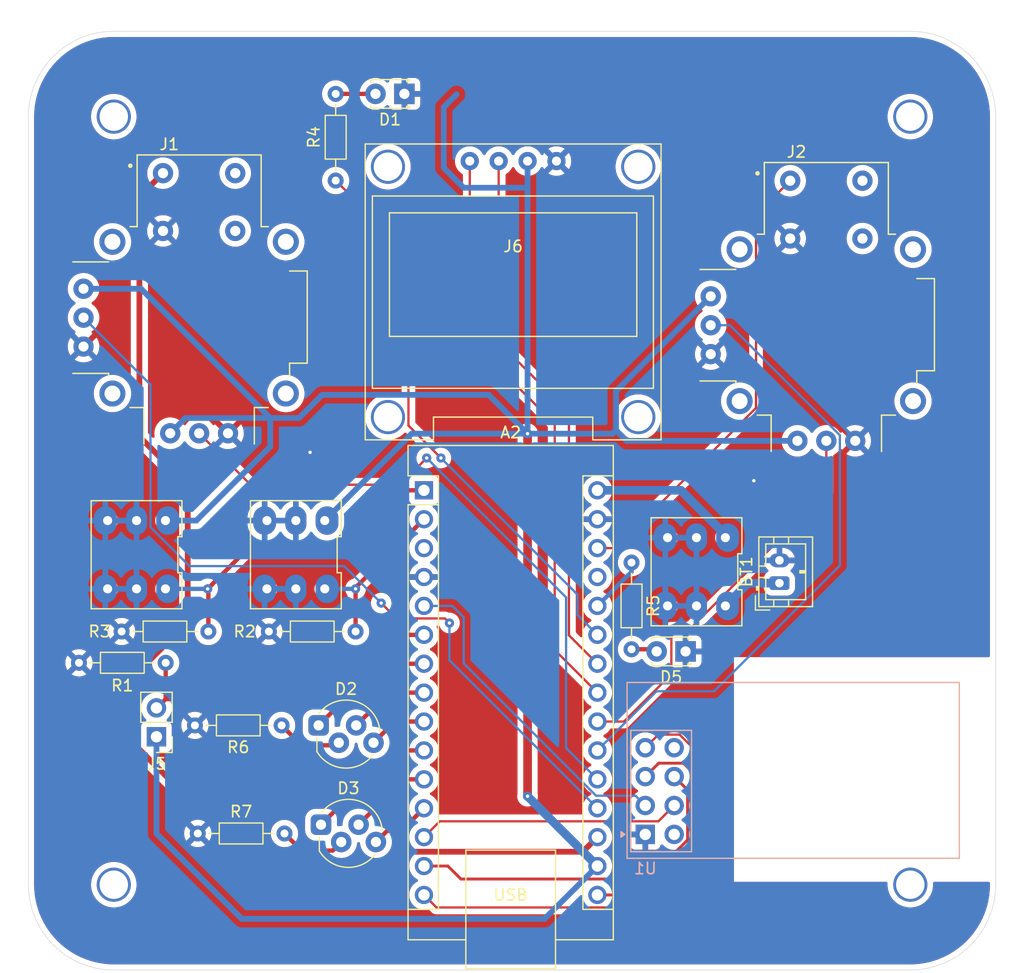
<source format=kicad_pcb>
(kicad_pcb (version 20241229) (generator "pcbnew") (generator_version "9.0")
  (layers (0 "F.Cu" signal) (2 "B.Cu" signal) (13 "F.Paste" user) (15 "B.Paste" user) (5 "F.SilkS" user "F.Silkscreen") (7 "B.SilkS" user "B.Silkscreen") (1 "F.Mask" user) (3 "B.Mask" user) (25 "Edge.Cuts" user))
  (net 0 "")
  (net 2 "/A2")
  (net 3 "/SCK")
  (net 4 "/G1")
  (net 5 "/SDA")
  (net 6 "/R1")
  (net 7 "/B1")
  (net 8 "/MISO")
  (net 9 "/B2")
  (net 10 "/A1")
  (net 11 "/R2")
  (net 12 "GND")
  (net 13 "/CS")
  (net 14 "/Gait")
  (net 15 "/A0")
  (net 17 "Net-(A2-VIN)")
  (net 18 "/D0")
  (net 19 "/SCL")
  (net 20 "+3.3V")
  (net 21 "/A3")
  (net 22 "/A7")
  (net 23 "/CE")
  (net 24 "/B0")
  (net 25 "/G2")
  (net 26 "/A6")
  (net 27 "/D1")
  (net 28 "/MOSI")
  (net 29 "Net-(BT1-+)")
  (net 38 "Net-(D1-A)")
  (net 39 "Net-(D5-A)")
  (net 41 "Net-(D2-K)")
  (net 42 "Net-(D3-K)")
  (net 43 "/B11")
  (footprint "Button:SW_DPDT_XLX" (layer "F.Cu") (at 171 73.5 180)
    (property "Reference" "J3" (hide yes))
    (property "Value" "Latch Button / Hex ON OFF")
    (pad "1" thru_hole oval (at -2.54 3 180) (size 2 2.5) (drill 0.8 (offset -0.2 0)) (layers "B.Cu" "In1.Cu" "In2.Cu" "In3.Cu" "In4.Cu" "In5.Cu" "In6.Cu" "In7.Cu" "In8.Cu" "In9.Cu" "In10.Cu" "In11.Cu" "In12.Cu" "In13.Cu" "In14.Cu" "In15.Cu" "In16.Cu" "In17.Cu" "In18.Cu" "In19.Cu" "In20.Cu" "In21.Cu" "In22.Cu" "In23.Cu" "In24.Cu" "In25.Cu" "In26.Cu" "In27.Cu" "In28.Cu" "In29.Cu" "In30.Cu") (net 20 "+3.3V"))
    (pad "2" thru_hole oval (at 0 3 180) (size 1.85 2.5) (drill 0.8) (layers "B.Cu" "In1.Cu" "In2.Cu" "In3.Cu" "In4.Cu" "In5.Cu" "In6.Cu" "In7.Cu" "In8.Cu" "In9.Cu" "In10.Cu" "In11.Cu" "In12.Cu" "In13.Cu" "In14.Cu" "In15.Cu" "In16.Cu" "In17.Cu" "In18.Cu" "In19.Cu" "In20.Cu" "In21.Cu" "In22.Cu" "In23.Cu" "In24.Cu" "In25.Cu" "In26.Cu" "In27.Cu" "In28.Cu" "In29.Cu" "In30.Cu") (net 12 "GND"))
    (pad "3" thru_hole oval (at 2.54 3 180) (size 2 2.5) (drill 0.8 (offset 0.2 0)) (layers "B.Cu" "In1.Cu" "In2.Cu" "In3.Cu" "In4.Cu" "In5.Cu" "In6.Cu" "In7.Cu" "In8.Cu" "In9.Cu" "In10.Cu" "In11.Cu" "In12.Cu" "In13.Cu" "In14.Cu" "In15.Cu" "In16.Cu" "In17.Cu" "In18.Cu" "In19.Cu" "In20.Cu" "In21.Cu" "In22.Cu" "In23.Cu" "In24.Cu" "In25.Cu" "In26.Cu" "In27.Cu" "In28.Cu" "In29.Cu" "In30.Cu") (net 12 "GND"))
    (pad "4" thru_hole oval (at 2.54 -3 180) (size 2 2.5) (drill 0.8 (offset 0.2 0)) (layers "B.Cu" "In1.Cu" "In2.Cu" "In3.Cu" "In4.Cu" "In5.Cu" "In6.Cu" "In7.Cu" "In8.Cu" "In9.Cu" "In10.Cu" "In11.Cu" "In12.Cu" "In13.Cu" "In14.Cu" "In15.Cu" "In16.Cu" "In17.Cu" "In18.Cu" "In19.Cu" "In20.Cu" "In21.Cu" "In22.Cu" "In23.Cu" "In24.Cu" "In25.Cu" "In26.Cu" "In27.Cu" "In28.Cu" "In29.Cu" "In30.Cu") (net 12 "GND"))
    (pad "5" thru_hole oval (at 0 -3 180) (size 1.85 2.5) (drill 0.8) (layers "B.Cu" "In1.Cu" "In2.Cu" "In3.Cu" "In4.Cu" "In5.Cu" "In6.Cu" "In7.Cu" "In8.Cu" "In9.Cu" "In10.Cu" "In11.Cu" "In12.Cu" "In13.Cu" "In14.Cu" "In15.Cu" "In16.Cu" "In17.Cu" "In18.Cu" "In19.Cu" "In20.Cu" "In21.Cu" "In22.Cu" "In23.Cu" "In24.Cu" "In25.Cu" "In26.Cu" "In27.Cu" "In28.Cu" "In29.Cu" "In30.Cu") (net 12 "GND"))
    (pad "6" thru_hole oval (at -2.54 -3 180) (size 2 2.5) (drill 0.8 (offset -0.2 0)) (layers "B.Cu" "In1.Cu" "In2.Cu" "In3.Cu" "In4.Cu" "In5.Cu" "In6.Cu" "In7.Cu" "In8.Cu" "In9.Cu" "In10.Cu" "In11.Cu" "In12.Cu" "In13.Cu" "In14.Cu" "In15.Cu" "In16.Cu" "In17.Cu" "In18.Cu" "In19.Cu" "In20.Cu" "In21.Cu" "In22.Cu" "In23.Cu" "In24.Cu" "In25.Cu" "In26.Cu" "In27.Cu" "In28.Cu" "In29.Cu" "In30.Cu") (net 18 "/D0"))
  )
  (footprint "Resistor_THT:R_Axial_DIN0204_L3.6mm_D1.6mm_P7.62mm_Horizontal" (layer "F.Cu") (at 168.63 80.25)
    (property "Reference" "R2" (at -2.13 0 0) (layer "F.SilkS"))
    (property "Value" "4.7k")
    (pad "1" thru_hole circle (at 0 0) (size 1.4 1.4) (drill 0.7) (layers "*.Cu" "*.Mask") (net 12 "GND"))
    (pad "2" thru_hole circle (at 7.62 0) (size 1.4 1.4) (drill 0.7) (layers "*.Cu" "*.Mask") (net 18 "/D0"))
  )
  (footprint "" (layer "F.Cu") (at 155 35)
    (property "Reference" "" (at 0 0 0) (layer "F.SilkS") (effects (font (size 1.27 1.27))))
    (property "Value" "")
    (pad "" np_thru_hole circle (at 0 0) (size 3 3) (drill 2.5) (layers "*.Cu" "*.Mask"))
  )
  (footprint "LED_THT:LED_D5.0mm-4_RGB_Staggered_Pins" (layer "F.Cu") (at 173 88.5)
    (property "Reference" "D2" (at 2.413 -3.198 0) (layer "F.SilkS"))
    (property "Value" "Status LED")
    (pad "1" thru_hole roundrect (at 0 0) (size 1.8 1.8) (drill 0.9) (layers "*.Cu" "*.Mask") (net 6 "/R1"))
    (pad "2" thru_hole circle (at 1.778 1.524) (size 1.8 1.8) (drill 0.9) (layers "*.Cu" "*.Mask") (net 41 "Net-(D2-K)"))
    (pad "3" thru_hole circle (at 3.302 0) (size 1.8 1.8) (drill 0.9) (layers "*.Cu" "*.Mask") (net 4 "/G1"))
    (pad "4" thru_hole circle (at 4.826 1.524) (size 1.8 1.8) (drill 0.9) (layers "*.Cu" "*.Mask") (net 7 "/B1"))
  )
  (footprint "" (layer "F.Cu") (at 225 102.5)
    (property "Reference" "" (at 0 0 0) (layer "F.SilkS") (effects (font (size 1.27 1.27))))
    (property "Value" "")
    (pad "" np_thru_hole circle (at 0 0) (size 3 3) (drill 2.5) (layers "*.Cu" "*.Mask"))
  )
  (footprint "Resistor_THT:R_Axial_DIN0204_L3.6mm_D1.6mm_P7.62mm_Horizontal" (layer "F.Cu") (at 169.75 88.5 180)
    (property "Reference" "R6" (at 3.81 -1.92 0) (layer "F.SilkS"))
    (property "Value" "510")
    (pad "1" thru_hole circle (at 0 0 180) (size 1.4 1.4) (drill 0.7) (layers "*.Cu" "*.Mask") (net 41 "Net-(D2-K)"))
    (pad "2" thru_hole circle (at 7.62 0 180) (size 1.4 1.4) (drill 0.7) (layers "*.Cu" "*.Mask") (net 12 "GND"))
  )
  (footprint "Connector_PinHeader_2.54mm:PinHeader_1x02_P2.54mm_Vertical" (layer "F.Cu") (at 158.75 89.5 180)
    (property "Reference" "J5" (at 0 -2.38 180) (layer "F.SilkS"))
    (property "Value" "Gait Button")
    (pad "1" thru_hole rect (at 0 0 180) (size 1.7 1.7) (drill 1) (layers "*.Cu" "*.Mask") (net 20 "+3.3V"))
    (pad "2" thru_hole circle (at 0 2.54 180) (size 1.7 1.7) (drill 1) (layers "*.Cu" "*.Mask") (net 14 "/Gait"))
  )
  (footprint "Resistor_THT:R_Axial_DIN0204_L3.6mm_D1.6mm_P7.62mm_Horizontal" (layer "F.Cu") (at 200.5 74.19 -90)
    (property "Reference" "R5" (at 3.81 -1.92 90) (layer "F.SilkS"))
    (property "Value" "510")
    (pad "1" thru_hole circle (at 0 0 270) (size 1.4 1.4) (drill 0.7) (layers "*.Cu" "*.Mask") (net 22 "/A7"))
    (pad "2" thru_hole circle (at 7.62 0 270) (size 1.4 1.4) (drill 0.7) (layers "*.Cu" "*.Mask") (net 39 "Net-(D5-A)"))
  )
  (footprint "LED_THT:LED_D1.8mm_W3.3mm_H2.4mm" (layer "F.Cu") (at 205.25 82 180)
    (property "Reference" "D5" (at 1.27 -2.26 0) (layer "F.SilkS"))
    (property "Value" "LED")
    (pad "1" thru_hole rect (at 0 0 180) (size 1.8 1.8) (drill 0.9) (layers "*.Cu" "*.Mask") (net 12 "GND"))
    (pad "2" thru_hole circle (at 2.54 0 180) (size 1.8 1.8) (drill 0.9) (layers "*.Cu" "*.Mask") (net 39 "Net-(D5-A)"))
  )
  (footprint "" (layer "F.Cu") (at 155 102.5)
    (property "Reference" "" (at 0 0 0) (layer "F.SilkS") (effects (font (size 1.27 1.27))))
    (property "Value" "")
    (pad "" np_thru_hole circle (at 0 0) (size 3 3) (drill 2.5) (layers "*.Cu" "*.Mask"))
  )
  (footprint "LED_THT:LED_D5.0mm-4_RGB_Staggered_Pins" (layer "F.Cu") (at 173.21 97.226)
    (property "Reference" "D3" (at 2.413 -3.198 0) (layer "F.SilkS"))
    (property "Value" "Gait LED")
    (pad "1" thru_hole roundrect (at 0 0) (size 1.8 1.8) (drill 0.9) (layers "*.Cu" "*.Mask") (net 11 "/R2"))
    (pad "2" thru_hole circle (at 1.778 1.524) (size 1.8 1.8) (drill 0.9) (layers "*.Cu" "*.Mask") (net 42 "Net-(D3-K)"))
    (pad "3" thru_hole circle (at 3.302 0) (size 1.8 1.8) (drill 0.9) (layers "*.Cu" "*.Mask") (net 25 "/G2"))
    (pad "4" thru_hole circle (at 4.826 1.524) (size 1.8 1.8) (drill 0.9) (layers "*.Cu" "*.Mask") (net 9 "/B2"))
  )
  (footprint "Button:SW_DPDT_XLX" (layer "F.Cu") (at 206.21 75 180)
    (property "Reference" "J7" (hide yes))
    (property "Value" "Power")
    (pad "1" thru_hole oval (at -2.54 3 180) (size 2 2.5) (drill 0.8 (offset -0.2 0)) (layers "B.Cu" "In1.Cu" "In2.Cu" "In3.Cu" "In4.Cu" "In5.Cu" "In6.Cu" "In7.Cu" "In8.Cu" "In9.Cu" "In10.Cu" "In11.Cu" "In12.Cu" "In13.Cu" "In14.Cu" "In15.Cu" "In16.Cu" "In17.Cu" "In18.Cu" "In19.Cu" "In20.Cu" "In21.Cu" "In22.Cu" "In23.Cu" "In24.Cu" "In25.Cu" "In26.Cu" "In27.Cu" "In28.Cu" "In29.Cu" "In30.Cu") (net 17 "Net-(A2-VIN)"))
    (pad "2" thru_hole oval (at 0 3 180) (size 1.85 2.5) (drill 0.8) (layers "B.Cu" "In1.Cu" "In2.Cu" "In3.Cu" "In4.Cu" "In5.Cu" "In6.Cu" "In7.Cu" "In8.Cu" "In9.Cu" "In10.Cu" "In11.Cu" "In12.Cu" "In13.Cu" "In14.Cu" "In15.Cu" "In16.Cu" "In17.Cu" "In18.Cu" "In19.Cu" "In20.Cu" "In21.Cu" "In22.Cu" "In23.Cu" "In24.Cu" "In25.Cu" "In26.Cu" "In27.Cu" "In28.Cu" "In29.Cu" "In30.Cu") (net 12 "GND"))
    (pad "3" thru_hole oval (at 2.54 3 180) (size 2 2.5) (drill 0.8 (offset 0.2 0)) (layers "B.Cu" "In1.Cu" "In2.Cu" "In3.Cu" "In4.Cu" "In5.Cu" "In6.Cu" "In7.Cu" "In8.Cu" "In9.Cu" "In10.Cu" "In11.Cu" "In12.Cu" "In13.Cu" "In14.Cu" "In15.Cu" "In16.Cu" "In17.Cu" "In18.Cu" "In19.Cu" "In20.Cu" "In21.Cu" "In22.Cu" "In23.Cu" "In24.Cu" "In25.Cu" "In26.Cu" "In27.Cu" "In28.Cu" "In29.Cu" "In30.Cu") (net 12 "GND"))
    (pad "4" thru_hole oval (at 2.54 -3 180) (size 2 2.5) (drill 0.8 (offset 0.2 0)) (layers "B.Cu" "In1.Cu" "In2.Cu" "In3.Cu" "In4.Cu" "In5.Cu" "In6.Cu" "In7.Cu" "In8.Cu" "In9.Cu" "In10.Cu" "In11.Cu" "In12.Cu" "In13.Cu" "In14.Cu" "In15.Cu" "In16.Cu" "In17.Cu" "In18.Cu" "In19.Cu" "In20.Cu" "In21.Cu" "In22.Cu" "In23.Cu" "In24.Cu" "In25.Cu" "In26.Cu" "In27.Cu" "In28.Cu" "In29.Cu" "In30.Cu") (net 12 "GND"))
    (pad "5" thru_hole oval (at 0 -3 180) (size 1.85 2.5) (drill 0.8) (layers "B.Cu" "In1.Cu" "In2.Cu" "In3.Cu" "In4.Cu" "In5.Cu" "In6.Cu" "In7.Cu" "In8.Cu" "In9.Cu" "In10.Cu" "In11.Cu" "In12.Cu" "In13.Cu" "In14.Cu" "In15.Cu" "In16.Cu" "In17.Cu" "In18.Cu" "In19.Cu" "In20.Cu" "In21.Cu" "In22.Cu" "In23.Cu" "In24.Cu" "In25.Cu" "In26.Cu" "In27.Cu" "In28.Cu" "In29.Cu" "In30.Cu") (net 12 "GND"))
    (pad "6" thru_hole oval (at -2.54 -3 180) (size 2 2.5) (drill 0.8 (offset -0.2 0)) (layers "B.Cu" "In1.Cu" "In2.Cu" "In3.Cu" "In4.Cu" "In5.Cu" "In6.Cu" "In7.Cu" "In8.Cu" "In9.Cu" "In10.Cu" "In11.Cu" "In12.Cu" "In13.Cu" "In14.Cu" "In15.Cu" "In16.Cu" "In17.Cu" "In18.Cu" "In19.Cu" "In20.Cu" "In21.Cu" "In22.Cu" "In23.Cu" "In24.Cu" "In25.Cu" "In26.Cu" "In27.Cu" "In28.Cu" "In29.Cu" "In30.Cu") (net 29 "Net-(BT1-+)"))
  )
  (footprint "Connector_JST:JST_PH_B2B-PH-K_1x02_P2.00mm_Vertical" (layer "F.Cu") (at 213.5 76 90)
    (property "Reference" "BT1" (at 1 -2.9 90) (layer "F.SilkS"))
    (property "Value" "Lipo Batt")
    (pad "1" thru_hole roundrect (at 0 0 90) (size 1.2 1.75) (drill 0.75) (layers "*.Cu" "*.Mask") (roundrect_rratio 0.208333) (net 29 "Net-(BT1-+)"))
    (pad "2" thru_hole oval (at 2 0 90) (size 1.2 1.75) (drill 0.75) (layers "*.Cu" "*.Mask") (net 12 "GND"))
  )
  (footprint "LED_THT:LED_D1.8mm_W3.3mm_H2.4mm" (layer "F.Cu") (at 180.54 33 180)
    (property "Reference" "D1" (at 1.27 -2.26 0) (layer "F.SilkS"))
    (property "Value" "Communication LED")
    (pad "1" thru_hole rect (at 0 0 180) (size 1.8 1.8) (drill 0.9) (layers "*.Cu" "*.Mask") (net 12 "GND"))
    (pad "2" thru_hole circle (at 2.54 0 180) (size 1.8 1.8) (drill 0.9) (layers "*.Cu" "*.Mask") (net 38 "Net-(D1-A)"))
  )
  (footprint "Resistor_THT:R_Axial_DIN0204_L3.6mm_D1.6mm_P7.62mm_Horizontal" (layer "F.Cu") (at 174.5 40.62 90)
    (property "Reference" "R4" (at 3.81 -1.92 90) (layer "F.SilkS"))
    (property "Value" "510")
    (pad "1" thru_hole circle (at 0 0 90) (size 1.4 1.4) (drill 0.7) (layers "*.Cu" "*.Mask") (net 26 "/A6"))
    (pad "2" thru_hole circle (at 7.62 0 90) (size 1.4 1.4) (drill 0.7) (layers "*.Cu" "*.Mask") (net 38 "Net-(D1-A)"))
  )
  (footprint "COM_09032:XDCR_COM-09032" (layer "F.Cu") (at 162.5 52.6675)
    (property "Reference" "J1" (at -2.625 -15.235 0) (layer "F.SilkS"))
    (property "Value" "Joy1")
    (pad "B1A" thru_hole circle (at -3.175 -12.7) (size 1.778 1.778) (drill 0.9) (layers "*.Cu" "*.Mask") (net 24 "/B0"))
    (pad "B1B" thru_hole circle (at 3.175 -12.7) (size 1.778 1.778) (drill 0.9) (layers "*.Cu" "*.Mask"))
    (pad "B2A" thru_hole circle (at -3.175 -7.62) (size 1.778 1.778) (drill 0.9) (layers "*.Cu" "*.Mask") (net 12 "GND"))
    (pad "B2B" thru_hole circle (at 3.175 -7.62) (size 1.778 1.778) (drill 0.9) (layers "*.Cu" "*.Mask"))
    (pad "H1" thru_hole circle (at -2.54 10.16) (size 1.778 1.778) (drill 0.889) (layers "*.Cu" "*.Mask") (net 20 "+3.3V"))
    (pad "H2" thru_hole circle (at 0 10.16) (size 1.778 1.778) (drill 0.889) (layers "*.Cu" "*.Mask") (net 10 "/A1"))
    (pad "H3" thru_hole circle (at 2.54 10.16) (size 1.778 1.778) (drill 0.889) (layers "*.Cu" "*.Mask") (net 12 "GND"))
    (pad "S1" thru_hole circle (at -7.62 -6.6675) (size 2.286 2.286) (drill 1.397) (layers "*.Cu" "*.Mask"))
    (pad "S2" thru_hole circle (at -7.62 6.6675) (size 2.286 2.286) (drill 1.397) (layers "*.Cu" "*.Mask"))
    (pad "S3" thru_hole circle (at 7.62 6.6675) (size 2.286 2.286) (drill 1.397) (layers "*.Cu" "*.Mask"))
    (pad "S4" thru_hole circle (at 7.62 -6.6675) (size 2.286 2.286) (drill 1.397) (layers "*.Cu" "*.Mask"))
    (pad "V1" thru_hole circle (at -10.16 -2.54) (size 1.778 1.778) (drill 0.889) (layers "*.Cu" "*.Mask") (net 20 "+3.3V"))
    (pad "V2" thru_hole circle (at -10.16 0) (size 1.778 1.778) (drill 0.889) (layers "*.Cu" "*.Mask") (net 15 "/A0"))
    (pad "V3" thru_hole circle (at -10.16 2.54) (size 1.778 1.778) (drill 0.889) (layers "*.Cu" "*.Mask") (net 12 "GND"))
  )
  (footprint "Module:Arduino_Nano" (layer "F.Cu") (at 182.26 67.84)
    (property "Reference" "A2" (at 7.62 -5.08 0) (layer "F.SilkS"))
    (property "Value" "Arduino_Nano_ESP32")
    (fp_text user "USB" (at 7.62 35.56 0) (layer "F.SilkS"))
    (pad "1" thru_hole rect (at 0 0) (size 1.6 1.6) (drill 1) (layers "*.Cu" "*.Mask") (net 27 "/D1"))
    (pad "2" thru_hole oval (at 0 2.54) (size 1.6 1.6) (drill 1) (layers "*.Cu" "*.Mask") (net 18 "/D0"))
    (pad "3" thru_hole oval (at 0 5.08) (size 1.6 1.6) (drill 1) (layers "*.Cu" "*.Mask"))
    (pad "4" thru_hole oval (at 0 7.62) (size 1.6 1.6) (drill 1) (layers "*.Cu" "*.Mask") (net 12 "GND"))
    (pad "5" thru_hole oval (at 0 10.16) (size 1.6 1.6) (drill 1) (layers "*.Cu" "*.Mask") (net 23 "/CE"))
    (pad "6" thru_hole oval (at 0 12.7) (size 1.6 1.6) (drill 1) (layers "*.Cu" "*.Mask") (net 14 "/Gait"))
    (pad "7" thru_hole oval (at 0 15.24) (size 1.6 1.6) (drill 1) (layers "*.Cu" "*.Mask") (net 6 "/R1"))
    (pad "8" thru_hole oval (at 0 17.78) (size 1.6 1.6) (drill 1) (layers "*.Cu" "*.Mask") (net 4 "/G1"))
    (pad "9" thru_hole oval (at 0 20.32) (size 1.6 1.6) (drill 1) (layers "*.Cu" "*.Mask") (net 7 "/B1"))
    (pad "10" thru_hole oval (at 0 22.86) (size 1.6 1.6) (drill 1) (layers "*.Cu" "*.Mask") (net 11 "/R2"))
    (pad "11" thru_hole oval (at 0 25.4) (size 1.6 1.6) (drill 1) (layers "*.Cu" "*.Mask") (net 25 "/G2"))
    (pad "12" thru_hole oval (at 0 27.94) (size 1.6 1.6) (drill 1) (layers "*.Cu" "*.Mask") (net 9 "/B2"))
    (pad "13" thru_hole oval (at 0 30.48) (size 1.6 1.6) (drill 1) (layers "*.Cu" "*.Mask") (net 13 "/CS"))
    (pad "14" thru_hole oval (at 0 33.02) (size 1.6 1.6) (drill 1) (layers "*.Cu" "*.Mask") (net 28 "/MOSI"))
    (pad "15" thru_hole oval (at 0 35.56) (size 1.6 1.6) (drill 1) (layers "*.Cu" "*.Mask") (net 8 "/MISO"))
    (pad "16" thru_hole oval (at 15.24 35.56) (size 1.6 1.6) (drill 1) (layers "*.Cu" "*.Mask") (net 3 "/SCK"))
    (pad "17" thru_hole oval (at 15.24 33.02) (size 1.6 1.6) (drill 1) (layers "*.Cu" "*.Mask") (net 20 "+3.3V"))
    (pad "18" thru_hole oval (at 15.24 30.48) (size 1.6 1.6) (drill 1) (layers "*.Cu" "*.Mask") (net 24 "/B0"))
    (pad "19" thru_hole oval (at 15.24 27.94) (size 1.6 1.6) (drill 1) (layers "*.Cu" "*.Mask") (net 15 "/A0"))
    (pad "20" thru_hole oval (at 15.24 25.4) (size 1.6 1.6) (drill 1) (layers "*.Cu" "*.Mask") (net 10 "/A1"))
    (pad "21" thru_hole oval (at 15.24 22.86) (size 1.6 1.6) (drill 1) (layers "*.Cu" "*.Mask") (net 2 "/A2"))
    (pad "22" thru_hole oval (at 15.24 20.32) (size 1.6 1.6) (drill 1) (layers "*.Cu" "*.Mask") (net 21 "/A3"))
    (pad "23" thru_hole oval (at 15.24 17.78) (size 1.6 1.6) (drill 1) (layers "*.Cu" "*.Mask") (net 5 "/SDA"))
    (pad "24" thru_hole oval (at 15.24 15.24) (size 1.6 1.6) (drill 1) (layers "*.Cu" "*.Mask") (net 19 "/SCL"))
    (pad "25" thru_hole oval (at 15.24 12.7) (size 1.6 1.6) (drill 1) (layers "*.Cu" "*.Mask") (net 26 "/A6"))
    (pad "26" thru_hole oval (at 15.24 10.16) (size 1.6 1.6) (drill 1) (layers "*.Cu" "*.Mask") (net 22 "/A7"))
    (pad "27" thru_hole oval (at 15.24 7.62) (size 1.6 1.6) (drill 1) (layers "*.Cu" "*.Mask"))
    (pad "28" thru_hole oval (at 15.24 5.08) (size 1.6 1.6) (drill 1) (layers "*.Cu" "*.Mask") (net 43 "/B11"))
    (pad "29" thru_hole oval (at 15.24 2.54) (size 1.6 1.6) (drill 1) (layers "*.Cu" "*.Mask") (net 12 "GND"))
    (pad "30" thru_hole oval (at 15.24 0) (size 1.6 1.6) (drill 1) (layers "*.Cu" "*.Mask") (net 17 "Net-(A2-VIN)"))
  )
  (footprint "" (layer "F.Cu") (at 225 35)
    (property "Reference" "" (at 0 0 0) (layer "F.SilkS") (effects (font (size 1.27 1.27))))
    (property "Value" "")
    (pad "" np_thru_hole circle (at 0 0) (size 3 3) (drill 2.5) (layers "*.Cu" "*.Mask"))
  )
  (footprint "COM_09032:XDCR_COM-09032" (layer "F.Cu") (at 217.62 53.3325)
    (property "Reference" "J2" (at -2.625 -15.235 0) (layer "F.SilkS"))
    (property "Value" "Joy2")
    (pad "B1A" thru_hole circle (at -3.175 -12.7) (size 1.778 1.778) (drill 0.9) (layers "*.Cu" "*.Mask") (net 43 "/B11"))
    (pad "B1B" thru_hole circle (at 3.175 -12.7) (size 1.778 1.778) (drill 0.9) (layers "*.Cu" "*.Mask"))
    (pad "B2A" thru_hole circle (at -3.175 -7.62) (size 1.778 1.778) (drill 0.9) (layers "*.Cu" "*.Mask") (net 12 "GND"))
    (pad "B2B" thru_hole circle (at 3.175 -7.62) (size 1.778 1.778) (drill 0.9) (layers "*.Cu" "*.Mask"))
    (pad "H1" thru_hole circle (at -2.54 10.16) (size 1.778 1.778) (drill 0.889) (layers "*.Cu" "*.Mask") (net 20 "+3.3V"))
    (pad "H2" thru_hole circle (at 0 10.16) (size 1.778 1.778) (drill 0.889) (layers "*.Cu" "*.Mask") (net 21 "/A3"))
    (pad "H3" thru_hole circle (at 2.54 10.16) (size 1.778 1.778) (drill 0.889) (layers "*.Cu" "*.Mask") (net 12 "GND"))
    (pad "S1" thru_hole circle (at -7.62 -6.6675) (size 2.286 2.286) (drill 1.397) (layers "*.Cu" "*.Mask"))
    (pad "S2" thru_hole circle (at -7.62 6.6675) (size 2.286 2.286) (drill 1.397) (layers "*.Cu" "*.Mask"))
    (pad "S3" thru_hole circle (at 7.62 6.6675) (size 2.286 2.286) (drill 1.397) (layers "*.Cu" "*.Mask"))
    (pad "S4" thru_hole circle (at 7.62 -6.6675) (size 2.286 2.286) (drill 1.397) (layers "*.Cu" "*.Mask"))
    (pad "V1" thru_hole circle (at -10.16 -2.54) (size 1.778 1.778) (drill 0.889) (layers "*.Cu" "*.Mask") (net 20 "+3.3V"))
    (pad "V2" thru_hole circle (at -10.16 0) (size 1.778 1.778) (drill 0.889) (layers "*.Cu" "*.Mask") (net 2 "/A2"))
    (pad "V3" thru_hole circle (at -10.16 2.54) (size 1.778 1.778) (drill 0.889) (layers "*.Cu" "*.Mask") (net 12 "GND"))
  )
  (footprint "Button:SW_DPDT_XLX" (layer "F.Cu") (at 157 73.5 180)
    (property "Reference" "J4" (hide yes))
    (property "Value" "Latch Button / Auto Manual")
    (pad "1" thru_hole oval (at -2.54 3 180) (size 2 2.5) (drill 0.8 (offset -0.2 0)) (layers "B.Cu" "In1.Cu" "In2.Cu" "In3.Cu" "In4.Cu" "In5.Cu" "In6.Cu" "In7.Cu" "In8.Cu" "In9.Cu" "In10.Cu" "In11.Cu" "In12.Cu" "In13.Cu" "In14.Cu" "In15.Cu" "In16.Cu" "In17.Cu" "In18.Cu" "In19.Cu" "In20.Cu" "In21.Cu" "In22.Cu" "In23.Cu" "In24.Cu" "In25.Cu" "In26.Cu" "In27.Cu" "In28.Cu" "In29.Cu" "In30.Cu") (net 20 "+3.3V"))
    (pad "2" thru_hole oval (at 0 3 180) (size 1.85 2.5) (drill 0.8) (layers "B.Cu" "In1.Cu" "In2.Cu" "In3.Cu" "In4.Cu" "In5.Cu" "In6.Cu" "In7.Cu" "In8.Cu" "In9.Cu" "In10.Cu" "In11.Cu" "In12.Cu" "In13.Cu" "In14.Cu" "In15.Cu" "In16.Cu" "In17.Cu" "In18.Cu" "In19.Cu" "In20.Cu" "In21.Cu" "In22.Cu" "In23.Cu" "In24.Cu" "In25.Cu" "In26.Cu" "In27.Cu" "In28.Cu" "In29.Cu" "In30.Cu") (net 12 "GND"))
    (pad "3" thru_hole oval (at 2.54 3 180) (size 2 2.5) (drill 0.8 (offset 0.2 0)) (layers "B.Cu" "In1.Cu" "In2.Cu" "In3.Cu" "In4.Cu" "In5.Cu" "In6.Cu" "In7.Cu" "In8.Cu" "In9.Cu" "In10.Cu" "In11.Cu" "In12.Cu" "In13.Cu" "In14.Cu" "In15.Cu" "In16.Cu" "In17.Cu" "In18.Cu" "In19.Cu" "In20.Cu" "In21.Cu" "In22.Cu" "In23.Cu" "In24.Cu" "In25.Cu" "In26.Cu" "In27.Cu" "In28.Cu" "In29.Cu" "In30.Cu") (net 12 "GND"))
    (pad "4" thru_hole oval (at 2.54 -3 180) (size 2 2.5) (drill 0.8 (offset 0.2 0)) (layers "B.Cu" "In1.Cu" "In2.Cu" "In3.Cu" "In4.Cu" "In5.Cu" "In6.Cu" "In7.Cu" "In8.Cu" "In9.Cu" "In10.Cu" "In11.Cu" "In12.Cu" "In13.Cu" "In14.Cu" "In15.Cu" "In16.Cu" "In17.Cu" "In18.Cu" "In19.Cu" "In20.Cu" "In21.Cu" "In22.Cu" "In23.Cu" "In24.Cu" "In25.Cu" "In26.Cu" "In27.Cu" "In28.Cu" "In29.Cu" "In30.Cu") (net 12 "GND"))
    (pad "5" thru_hole oval (at 0 -3 180) (size 1.85 2.5) (drill 0.8) (layers "B.Cu" "In1.Cu" "In2.Cu" "In3.Cu" "In4.Cu" "In5.Cu" "In6.Cu" "In7.Cu" "In8.Cu" "In9.Cu" "In10.Cu" "In11.Cu" "In12.Cu" "In13.Cu" "In14.Cu" "In15.Cu" "In16.Cu" "In17.Cu" "In18.Cu" "In19.Cu" "In20.Cu" "In21.Cu" "In22.Cu" "In23.Cu" "In24.Cu" "In25.Cu" "In26.Cu" "In27.Cu" "In28.Cu" "In29.Cu" "In30.Cu") (net 12 "GND"))
    (pad "6" thru_hole oval (at -2.54 -3 180) (size 2 2.5) (drill 0.8 (offset -0.2 0)) (layers "B.Cu" "In1.Cu" "In2.Cu" "In3.Cu" "In4.Cu" "In5.Cu" "In6.Cu" "In7.Cu" "In8.Cu" "In9.Cu" "In10.Cu" "In11.Cu" "In12.Cu" "In13.Cu" "In14.Cu" "In15.Cu" "In16.Cu" "In17.Cu" "In18.Cu" "In19.Cu" "In20.Cu" "In21.Cu" "In22.Cu" "In23.Cu" "In24.Cu" "In25.Cu" "In26.Cu" "In27.Cu" "In28.Cu" "In29.Cu" "In30.Cu") (net 27 "/D1"))
  )
  (footprint "untitled folder:SSD1306_0.96_Oled" (layer "F.Cu") (at 177.095 63.405)
    (property "Reference" "J6" (at 13 -17 0) (layer "F.SilkS"))
    (property "Value" "OLED screen")
    (pad "" np_thru_hole circle (at 2 -24) (size 3 3) (drill 2.5) (layers "*.Cu" "*.Mask"))
    (pad "" np_thru_hole circle (at 2 -2) (size 3 3) (drill 2.5) (layers "*.Cu" "*.Mask"))
    (pad "" np_thru_hole circle (at 24 -24) (size 3 3) (drill 2.5) (layers "*.Cu" "*.Mask"))
    (pad "" np_thru_hole circle (at 24 -2) (size 3 3) (drill 2.5) (layers "*.Cu" "*.Mask"))
    (pad "1" thru_hole circle (at 9.19 -24.5) (size 1.6 1.6) (drill 0.8) (layers "*.Cu" "*.Mask") (net 5 "/SDA"))
    (pad "2" thru_hole circle (at 11.73 -24.5) (size 1.6 1.6) (drill 0.8) (layers "*.Cu" "*.Mask") (net 19 "/SCL"))
    (pad "3" thru_hole circle (at 14.27 -24.5) (size 1.6 1.6) (drill 0.8) (layers "*.Cu" "*.Mask") (net 20 "+3.3V"))
    (pad "4" thru_hole circle (at 16.81 -24.5) (size 1.6 1.6) (drill 0.8) (layers "*.Cu" "*.Mask") (net 12 "GND"))
  )
  (footprint "Resistor_THT:R_Axial_DIN0204_L3.6mm_D1.6mm_P7.62mm_Horizontal" (layer "F.Cu") (at 162.38 98)
    (property "Reference" "R7" (at 3.81 -1.92 0) (layer "F.SilkS"))
    (property "Value" "510")
    (pad "1" thru_hole circle (at 0 0) (size 1.4 1.4) (drill 0.7) (layers "*.Cu" "*.Mask") (net 12 "GND"))
    (pad "2" thru_hole circle (at 7.62 0) (size 1.4 1.4) (drill 0.7) (layers "*.Cu" "*.Mask") (net 42 "Net-(D3-K)"))
  )
  (footprint "Resistor_THT:R_Axial_DIN0204_L3.6mm_D1.6mm_P7.62mm_Horizontal" (layer "F.Cu") (at 151.94 83)
    (property "Reference" "R1" (at 3.81 2 0) (layer "F.SilkS"))
    (property "Value" "4.7k")
    (pad "1" thru_hole circle (at 0 0) (size 1.4 1.4) (drill 0.7) (layers "*.Cu" "*.Mask") (net 12 "GND"))
    (pad "2" thru_hole circle (at 7.62 0) (size 1.4 1.4) (drill 0.7) (layers "*.Cu" "*.Mask") (net 14 "/Gait"))
  )
  (footprint "Resistor_THT:R_Axial_DIN0204_L3.6mm_D1.6mm_P7.62mm_Horizontal" (layer "F.Cu") (at 155.69 80.25)
    (property "Reference" "R3" (at -1.94 0 0) (layer "F.SilkS"))
    (property "Value" "4.7k")
    (pad "1" thru_hole circle (at 0 0) (size 1.4 1.4) (drill 0.7) (layers "*.Cu" "*.Mask") (net 12 "GND"))
    (pad "2" thru_hole circle (at 7.62 0) (size 1.4 1.4) (drill 0.7) (layers "*.Cu" "*.Mask") (net 27 "/D1"))
  )
  (footprint "RF_Module:nRF24L01_Breakout" (layer "B.Cu") (at 201.71 98.08)
    (property "Reference" "U1" (at 0 3 0) (layer "B.SilkS") (effects (justify mirror)))
    (property "Value" "NRF24L01_Breakout")
    (pad "1" thru_hole rect (at 0 0) (size 1.7 1.7) (drill 1) (layers "*.Cu" "*.Mask") (net 12 "GND"))
    (pad "2" thru_hole circle (at 2.54 0) (size 1.7 1.7) (drill 1) (layers "*.Cu" "*.Mask") (net 20 "+3.3V"))
    (pad "3" thru_hole circle (at 0 -2.54) (size 1.7 1.7) (drill 1) (layers "*.Cu" "*.Mask") (net 23 "/CE"))
    (pad "4" thru_hole circle (at 2.54 -2.54) (size 1.7 1.7) (drill 1) (layers "*.Cu" "*.Mask") (net 13 "/CS"))
    (pad "5" thru_hole circle (at 0 -5.08) (size 1.7 1.7) (drill 1) (layers "*.Cu" "*.Mask") (net 3 "/SCK"))
    (pad "6" thru_hole circle (at 2.54 -5.08) (size 1.7 1.7) (drill 1) (layers "*.Cu" "*.Mask") (net 28 "/MOSI"))
    (pad "7" thru_hole circle (at 0 -7.62) (size 1.7 1.7) (drill 1) (layers "*.Cu" "*.Mask") (net 8 "/MISO"))
    (pad "8" thru_hole circle (at 2.54 -7.62) (size 1.7 1.7) (drill 1) (layers "*.Cu" "*.Mask"))
  )
  (gr_arc (start 225 27.5) (mid 230.303301 29.696699) (end 232.5 35) (stroke (width 0.05)) (layer "Edge.Cuts"))
  (gr_line (start 155 110) (end 225 110) (stroke (width 0.05)) (layer "Edge.Cuts"))
  (gr_line (start 232.5 102.5) (end 232.5 35) (stroke (width 0.05)) (layer "Edge.Cuts"))
  (gr_arc (start 232.5 102.5) (mid 230.303301 107.803301) (end 225 110) (stroke (width 0.05)) (layer "Edge.Cuts"))
  (gr_line (start 225 27.5) (end 155 27.5) (stroke (width 0.05)) (layer "Edge.Cuts"))
  (gr_arc (start 147.5 35) (mid 149.696699 29.696699) (end 155 27.5) (stroke (width 0.05)) (layer "Edge.Cuts"))
  (gr_arc (start 155 110) (mid 149.696699 107.803301) (end 147.5 102.5) (stroke (width 0.05)) (layer "Edge.Cuts"))
  (gr_line (start 147.5 35) (end 147.5 102.5) (stroke (width 0.05)) (layer "Edge.Cuts"))
  (segment (start 207.76116 85.5) (end 202.7 85.5) (width 0.2) (layer "B.Cu") (net 2))
  (segment (start 218.81 74.45116) (end 207.76116 85.5) (width 0.2) (layer "B.Cu") (net 2))
  (segment (start 202.7 85.5) (end 197.5 90.7) (width 0.2) (layer "B.Cu") (net 2))
  (segment (start 218.81 62.999585) (end 218.81 74.45116) (width 0.2) (layer "B.Cu") (net 2))
  (segment (start 209.142915 53.3325) (end 218.81 62.999585) (width 0.2) (layer "B.Cu") (net 2))
  (segment (start 207.46 53.3325) (end 209.142915 53.3325) (width 0.2) (layer "B.Cu") (net 2))
  (segment (start 205.072 91.822) (end 202.888 91.822) (width 0.254) (layer "F.Cu") (net 3))
  (segment (start 206.25 98.389411) (end 206.25 93) (width 0.254) (layer "F.Cu") (net 3))
  (segment (start 202.888 91.822) (end 201.71 93) (width 0.254) (layer "F.Cu") (net 3))
  (segment (start 206.25 93) (end 205.072 91.822) (width 0.254) (layer "F.Cu") (net 3))
  (segment (start 201.239411 103.4) (end 206.25 98.389411) (width 0.254) (layer "F.Cu") (net 3))
  (segment (start 197.5 103.4) (end 201.239411 103.4) (width 0.254) (layer "F.Cu") (net 3))
  (segment (start 175.54 88.5) (end 175.54 88.222717) (width 0.2) (layer "F.Cu") (net 4))
  (segment (start 176.302 88.5) (end 179.182 85.62) (width 0.381) (layer "F.Cu") (net 4))
  (segment (start 179.182 85.62) (end 182.26 85.62) (width 0.381) (layer "F.Cu") (net 4))
  (segment (start 186.285 38.905) (end 186.285 54.535) (width 0.2) (layer "F.Cu") (net 5))
  (segment (start 186.285 54.535) (end 193.75 62) (width 0.2) (layer "F.Cu") (net 5))
  (segment (start 193.75 62) (end 193.75 81.87) (width 0.2) (layer "F.Cu") (net 5))
  (segment (start 193.75 81.87) (end 197.5 85.62) (width 0.2) (layer "F.Cu") (net 5))
  (segment (start 173 88.5) (end 178.42 83.08) (width 0.381) (layer "F.Cu") (net 6))
  (segment (start 178.42 83.08) (end 182.26 83.08) (width 0.381) (layer "F.Cu") (net 6))
  (segment (start 173 88.5) (end 173 88.135) (width 0.2) (layer "F.Cu") (net 6))
  (segment (start 179.69 88.16) (end 182.26 88.16) (width 0.381) (layer "F.Cu") (net 7))
  (segment (start 177.826 90.024) (end 179.69 88.16) (width 0.381) (layer "F.Cu") (net 7))
  (segment (start 181.92 88.5) (end 182.26 88.16) (width 0.2) (layer "F.Cu") (net 7))
  (segment (start 204.72676 89.309) (end 202.861 89.309) (width 0.2) (layer "F.Cu") (net 8))
  (segment (start 206.678 91.26024) (end 204.72676 89.309) (width 0.2) (layer "F.Cu") (net 8))
  (segment (start 183.361 104.501) (end 200.743694 104.501) (width 0.2) (layer "F.Cu") (net 8))
  (segment (start 182.26 103.4) (end 183.361 104.501) (width 0.2) (layer "F.Cu") (net 8))
  (segment (start 202.861 89.309) (end 201.71 90.46) (width 0.2) (layer "F.Cu") (net 8))
  (segment (start 206.678 98.566694) (end 206.678 91.26024) (width 0.2) (layer "F.Cu") (net 8))
  (segment (start 200.743694 104.501) (end 206.678 98.566694) (width 0.2) (layer "F.Cu") (net 8))
  (segment (start 180.29 97.75) (end 182.26 95.78) (width 0.381) (layer "F.Cu") (net 9))
  (segment (start 179.036 97.75) (end 178.036 98.75) (width 0.381) (layer "F.Cu") (net 9))
  (segment (start 180.29 97.75) (end 179.036 97.75) (width 0.381) (layer "F.Cu") (net 9))
  (segment (start 167.021 67.3485) (end 180.1515 67.3485) (width 0.2) (layer "F.Cu") (net 10))
  (segment (start 162.5 62.8275) (end 167.021 67.3485) (width 0.2) (layer "F.Cu") (net 10))
  (segment (start 180.1515 67.3485) (end 182.5 65) (width 0.2) (layer "F.Cu") (net 10))
  (via (at 182.5 65) (size 0.808) (drill 0.3) (layers "F.Cu" "B.Cu") (net 10))
  (segment (start 194.75 90.49) (end 197.5 93.24) (width 0.2) (layer "B.Cu") (net 10))
  (segment (start 182.5 65) (end 194.75 77.25) (width 0.2) (layer "B.Cu") (net 10))
  (segment (start 194.75 77.25) (end 194.75 90.49) (width 0.2) (layer "B.Cu") (net 10))
  (segment (start 182.26 90.7) (end 179.736 90.7) (width 0.381) (layer "F.Cu") (net 11))
  (segment (start 179.736 90.7) (end 173.21 97.226) (width 0.381) (layer "F.Cu") (net 11))
  (segment (start 173.21 97.75) (end 173.21 97.472717) (width 0.2) (layer "F.Cu") (net 11))
  (via (at 172.25 64.5) (size 0.889) (drill 0.3) (layers "F.Cu" "B.Cu") (net 12))
  (via (at 211.25 67) (size 0.889) (drill 0.3) (layers "F.Cu" "B.Cu") (net 12))
  (segment (start 183.651 96.929) (end 182.26 98.32) (width 0.2) (layer "F.Cu") (net 13))
  (segment (start 204.25 95.54) (end 202.861 96.929) (width 0.2) (layer "F.Cu") (net 13))
  (segment (start 202.861 96.929) (end 183.651 96.929) (width 0.2) (layer "F.Cu") (net 13))
  (segment (start 179.5 82) (end 180.96 80.54) (width 0.381) (layer "F.Cu") (net 14))
  (segment (start 180.96 80.54) (end 182.26 80.54) (width 0.381) (layer "F.Cu") (net 14))
  (segment (start 167.31 86.19) (end 171.5 82) (width 0.381) (layer "F.Cu") (net 14))
  (segment (start 159.56 86.19) (end 167.31 86.19) (width 0.381) (layer "F.Cu") (net 14))
  (segment (start 159.56 86.19) (end 158.75 87) (width 0.381) (layer "F.Cu") (net 14))
  (segment (start 159.56 83) (end 159.56 86.19) (width 0.381) (layer "F.Cu") (net 14))
  (segment (start 171.5 82) (end 179.5 82) (width 0.381) (layer "F.Cu") (net 14))
  (segment (start 184.101 79.101) (end 179.851 79.101) (width 0.2) (layer "F.Cu") (net 15))
  (segment (start 184.5 79.5) (end 184.101 79.101) (width 0.2) (layer "F.Cu") (net 15))
  (segment (start 179.851 79.101) (end 178.5 77.75) (width 0.2) (layer "F.Cu") (net 15))
  (via (at 178.5 77.75) (size 0.808) (drill 0.3) (layers "F.Cu" "B.Cu") (net 15))
  (via (at 184.5 79.5) (size 0.808) (drill 0.3) (layers "F.Cu" "B.Cu") (net 15))
  (segment (start 178.5 77.75) (end 175.25 74.5) (width 0.2) (layer "B.Cu") (net 15))
  (segment (start 158.226 58.5535) (end 152.34 52.6675) (width 0.2) (layer "B.Cu") (net 15))
  (segment (start 161.650108 74.5) (end 158.226 71.075892) (width 0.2) (layer "B.Cu") (net 15))
  (segment (start 158.226 71.075892) (end 158.226 58.5535) (width 0.2) (layer "B.Cu") (net 15))
  (segment (start 175.25 74.5) (end 161.650108 74.5) (width 0.2) (layer "B.Cu") (net 15))
  (segment (start 184.5 82.78) (end 184.5 79.5) (width 0.2) (layer "B.Cu") (net 15))
  (segment (start 197.5 95.78) (end 184.5 82.78) (width 0.2) (layer "B.Cu") (net 15))
  (segment (start 197.5 67.84) (end 204.84 67.84) (width 0.762) (layer "B.Cu") (net 17))
  (segment (start 208.75 71.75) (end 208.75 72) (width 0.762) (layer "B.Cu") (net 17))
  (segment (start 204.84 67.84) (end 208.75 71.75) (width 0.762) (layer "B.Cu") (net 17))
  (segment (start 204.84 67.84) (end 207.04 70.04) (width 0.762) (layer "B.Cu") (net 17))
  (segment (start 176.25 80.25) (end 176.25 76.5) (width 0.381) (layer "F.Cu") (net 18))
  (segment (start 176.25 76.39) (end 182.26 70.38) (width 0.381) (layer "F.Cu") (net 18))
  (segment (start 176.25 76.5) (end 176.25 76.39) (width 0.381) (layer "F.Cu") (net 18))
  (via (at 176.25 76.5) (size 0.808) (drill 0.3) (layers "F.Cu" "B.Cu") (net 18))
  (segment (start 173.54 76.5) (end 176.25 76.5) (width 0.381) (layer "B.Cu") (net 18))
  (segment (start 188.825 54.825) (end 195 61) (width 0.2) (layer "F.Cu") (net 19))
  (segment (start 188.825 38.905) (end 188.825 54.825) (width 0.2) (layer "F.Cu") (net 19))
  (segment (start 195 80.58) (end 197.5 83.08) (width 0.2) (layer "F.Cu") (net 19))
  (segment (start 195 61) (end 195 80.58) (width 0.2) (layer "F.Cu") (net 19))
  (segment (start 191.365 94.725) (end 191.365 62.865) (width 0.762) (layer "F.Cu") (net 20))
  (via (at 191.365 62.865) (size 0.808) (drill 0.3) (layers "F.Cu" "B.Cu") (net 20))
  (via (at 191.365 94.725) (size 0.808) (drill 0.3) (layers "F.Cu" "B.Cu") (net 20))
  (segment (start 187.95 59.45) (end 173.315034 59.45) (width 0.508) (layer "B.Cu") (net 20))
  (segment (start 200.072661 63.4925) (end 215.08 63.4925) (width 0.508) (layer "B.Cu") (net 20))
  (segment (start 158.75 98) (end 158.75 89.5) (width 0.508) (layer "B.Cu") (net 20))
  (segment (start 191.365 41.25) (end 185.75 41.25) (width 0.508) (layer "B.Cu") (net 20))
  (segment (start 161.304 61.4835) (end 159.96 62.8275) (width 0.508) (layer "B.Cu") (net 20))
  (segment (start 191.365 94.725) (end 197.5 100.86) (width 0.762) (layer "B.Cu") (net 20))
  (segment (start 173.315034 59.45) (end 171.281534 61.4835) (width 0.508) (layer "B.Cu") (net 20))
  (segment (start 191.365 62.865) (end 187.95 59.45) (width 0.508) (layer "B.Cu") (net 20))
  (segment (start 191.365 38.905) (end 191.365 41.25) (width 0.508) (layer "B.Cu") (net 20))
  (segment (start 162.25 70.5) (end 159.54 70.5) (width 0.508) (layer "B.Cu") (net 20))
  (segment (start 184 39.5) (end 184 34.17) (width 0.508) (layer "B.Cu") (net 20))
  (segment (start 198.834839 62.865) (end 199.14 62.559839) (width 0.508) (layer "B.Cu") (net 20))
  (segment (start 168.75 61.4835) (end 157.394 50.1275) (width 0.508) (layer "B.Cu") (net 20))
  (segment (start 197.5 100.86) (end 192.86 105.5) (width 0.508) (layer "B.Cu") (net 20))
  (segment (start 168.75 64) (end 162.25 70.5) (width 0.508) (layer "B.Cu") (net 20))
  (segment (start 171.281534 61.4835) (end 168.75 61.4835) (width 0.508) (layer "B.Cu") (net 20))
  (segment (start 192.86 105.5) (end 166.25 105.5) (width 0.508) (layer "B.Cu") (net 20))
  (segment (start 191.365 62.865) (end 198.834839 62.865) (width 0.508) (layer "B.Cu") (net 20))
  (segment (start 166.25 105.5) (end 158.75 98) (width 0.508) (layer "B.Cu") (net 20))
  (segment (start 168.75 61.4835) (end 168.75 64) (width 0.508) (layer "B.Cu") (net 20))
  (segment (start 191.365 41.25) (end 191.365 62.865) (width 0.508) (layer "B.Cu") (net 20))
  (segment (start 185.75 41.25) (end 184 39.5) (width 0.508) (layer "B.Cu") (net 20))
  (segment (start 191.365 62.865) (end 181.175 62.865) (width 0.508) (layer "B.Cu") (net 20))
  (segment (start 184 34.17) (end 185.13 33.04) (width 0.508) (layer "B.Cu") (net 20))
  (segment (start 199.14 62.559839) (end 199.14 59.1125) (width 0.508) (layer "B.Cu") (net 20))
  (segment (start 199.14 59.1125) (end 207.46 50.7925) (width 0.508) (layer "B.Cu") (net 20))
  (segment (start 157.394 50.1275) (end 152.34 50.1275) (width 0.508) (layer "B.Cu") (net 20))
  (segment (start 168.75 61.4835) (end 161.304 61.4835) (width 0.508) (layer "B.Cu") (net 20))
  (segment (start 200.072661 63.4925) (end 199.14 62.559839) (width 0.508) (layer "B.Cu") (net 20))
  (segment (start 181.175 62.865) (end 173.54 70.5) (width 0.508) (layer "B.Cu") (net 20))
  (segment (start 204 84) (end 204 80) (width 0.2) (layer "F.Cu") (net 21))
  (segment (start 197.5 88.16) (end 199.84 88.16) (width 0.2) (layer "F.Cu") (net 21))
  (segment (start 205.66 80) (end 217.62 68.04) (width 0.2) (layer "F.Cu") (net 21))
  (segment (start 199.84 88.16) (end 204 84) (width 0.2) (layer "F.Cu") (net 21))
  (segment (start 204 80) (end 205.66 80) (width 0.2) (layer "F.Cu") (net 21))
  (segment (start 217.62 68.04) (end 217.62 63.4925) (width 0.2) (layer "F.Cu") (net 21))
  (segment (start 197.5 78) (end 200.5 75) (width 0.381) (layer "B.Cu") (net 22))
  (segment (start 200.5 75) (end 200.5 74.19) (width 0.381) (layer "B.Cu") (net 22))
  (segment (start 185.75 83.04705) (end 185.75 79) (width 0.2) (layer "B.Cu") (net 23))
  (segment (start 185.75 79) (end 184.75 78) (width 0.2) (layer "B.Cu") (net 23))
  (segment (start 201.71 95.54) (end 200.849 94.679) (width 0.2) (layer "B.Cu") (net 23))
  (segment (start 184.75 78) (end 182.26 78) (width 0.2) (layer "B.Cu") (net 23))
  (segment (start 200.849 94.679) (end 197.38195 94.679) (width 0.2) (layer "B.Cu") (net 23))
  (segment (start 197.38195 94.679) (end 185.75 83.04705) (width 0.2) (layer "B.Cu") (net 23))
  (segment (start 161.5 67.378126) (end 161.5 79.426583) (width 0.508) (layer "F.Cu") (net 24))
  (segment (start 168.785 102.145) (end 177.605 102.145) (width 0.508) (layer "F.Cu") (net 24))
  (segment (start 177.605 102.145) (end 180.145 99.605) (width 0.508) (layer "F.Cu") (net 24))
  (segment (start 196.215 99.605) (end 197.5 98.32) (width 0.508) (layer "F.Cu") (net 24))
  (segment (start 159.325 39.9675) (end 157.25 42.0425) (width 0.508) (layer "F.Cu") (net 24))
  (segment (start 157.25 42.0425) (end 157.25 63.128126) (width 0.508) (layer "F.Cu") (net 24))
  (segment (start 180.145 99.605) (end 196.215 99.605) (width 0.508) (layer "F.Cu") (net 24))
  (segment (start 156.75 84.176583) (end 156.75 90.11) (width 0.508) (layer "F.Cu") (net 24))
  (segment (start 156.75 90.11) (end 168.785 102.145) (width 0.508) (layer "F.Cu") (net 24))
  (segment (start 161.5 79.426583) (end 156.75 84.176583) (width 0.508) (layer "F.Cu") (net 24))
  (segment (start 157.25 63.128126) (end 161.5 67.378126) (width 0.508) (layer "F.Cu") (net 24))
  (segment (start 182.26 93.24) (end 180.498 93.24) (width 0.381) (layer "F.Cu") (net 25))
  (segment (start 180.498 93.24) (end 176.512 97.226) (width 0.381) (layer "F.Cu") (net 25))
  (segment (start 180.896 47.016) (end 180.896 62.146) (width 0.2) (layer "F.Cu") (net 26))
  (segment (start 174.5 40.62) (end 180.896 47.016) (width 0.2) (layer "F.Cu") (net 26))
  (segment (start 180.896 62.146) (end 183.75 65) (width 0.2) (layer "F.Cu") (net 26))
  (via (at 183.75 65) (size 0.808) (drill 0.3) (layers "F.Cu" "B.Cu") (net 26))
  (segment (start 195.75 77) (end 195.75 78.79) (width 0.2) (layer "B.Cu") (net 26))
  (segment (start 195.75 78.79) (end 197.5 80.54) (width 0.2) (layer "B.Cu") (net 26))
  (segment (start 183.75 65) (end 195.75 77) (width 0.2) (layer "B.Cu") (net 26))
  (segment (start 166.75 73) (end 175.75 73) (width 0.381) (layer "F.Cu") (net 27))
  (segment (start 163.31 80.25) (end 163.31 76.56) (width 0.381) (layer "F.Cu") (net 27))
  (segment (start 163.25 76.5) (end 166.75 73) (width 0.381) (layer "F.Cu") (net 27))
  (segment (start 180.91 67.84) (end 182.26 67.84) (width 0.381) (layer "F.Cu") (net 27))
  (segment (start 163.31 76.56) (end 163.25 76.5) (width 0.381) (layer "F.Cu") (net 27))
  (segment (start 175.75 73) (end 180.91 67.84) (width 0.381) (layer "F.Cu") (net 27))
  (via (at 163.25 76.5) (size 0.808) (drill 0.3) (layers "F.Cu" "B.Cu") (net 27))
  (segment (start 159.54 76.5) (end 163.25 76.5) (width 0.381) (layer "B.Cu") (net 27))
  (segment (start 182.26 100.86) (end 184.36 100.86) (width 0.254) (layer "F.Cu") (net 28))
  (segment (start 205.428 94.178) (end 204.25 93) (width 0.254) (layer "F.Cu") (net 28))
  (segment (start 201.995944 102) (end 205.428 98.567944) (width 0.254) (layer "F.Cu") (net 28))
  (segment (start 205.428 98.567944) (end 205.428 94.178) (width 0.254) (layer "F.Cu") (net 28))
  (segment (start 184.36 100.86) (end 185.5 102) (width 0.254) (layer "F.Cu") (net 28))
  (segment (start 185.5 102) (end 201.995944 102) (width 0.254) (layer "F.Cu") (net 28))
  (segment (start 208.75 78) (end 210.75 76) (width 0.762) (layer "B.Cu") (net 29))
  (segment (start 210.75 76) (end 213.5 76) (width 0.762) (layer "B.Cu") (net 29))
  (segment (start 178 33) (end 174.5 33) (width 0.381) (layer "F.Cu") (net 38))
  (segment (start 200.5 81.81) (end 202.52 81.81) (width 0.381) (layer "F.Cu") (net 39))
  (segment (start 202.52 81.81) (end 202.71 82) (width 0.2) (layer "F.Cu") (net 39))
  (segment (start 171.5 90.25) (end 174.552 90.25) (width 0.381) (layer "F.Cu") (net 41))
  (segment (start 174.552 90.25) (end 174.778 90.024) (width 0.381) (layer "F.Cu") (net 41))
  (segment (start 169.75 88.5) (end 171.5 90.25) (width 0.381) (layer "F.Cu") (net 41))
  (segment (start 170 98) (end 171.5 99.5) (width 0.381) (layer "F.Cu") (net 42))
  (segment (start 174.238 99.5) (end 174.988 98.75) (width 0.381) (layer "F.Cu") (net 42))
  (segment (start 171.5 99.5) (end 174.238 99.5) (width 0.381) (layer "F.Cu") (net 42))
  (segment (start 199.122125 72.92) (end 197.5 72.92) (width 0.2) (layer "F.Cu") (net 43))
  (segment (start 211.444 43.6335) (end 211.444 60.598125) (width 0.2) (layer "F.Cu") (net 43))
  (segment (start 211.444 60.598125) (end 199.122125 72.92) (width 0.2) (layer "F.Cu") (net 43))
  (segment (start 214.445 40.6325) (end 211.444 43.6335) (width 0.2) (layer "F.Cu") (net 43))
  (zone (net 12) (net_name "GND") (layers "F.Cu" "B.Cu") (connect_pads (clearance 0.5)) (min_thickness 0.25) (fill yes (thermal_gap 0.5) (thermal_bridge_width 0.5))
    (polygon (pts (xy 235 25) (xy 145 25) (xy 145 110) (xy 232.75 110.25) (xy 233 102.25) (xy 209.5 102.25) (xy 209.5 82.5) (xy 235 82.5) (xy 235 24.75)))
  )
)
</source>
